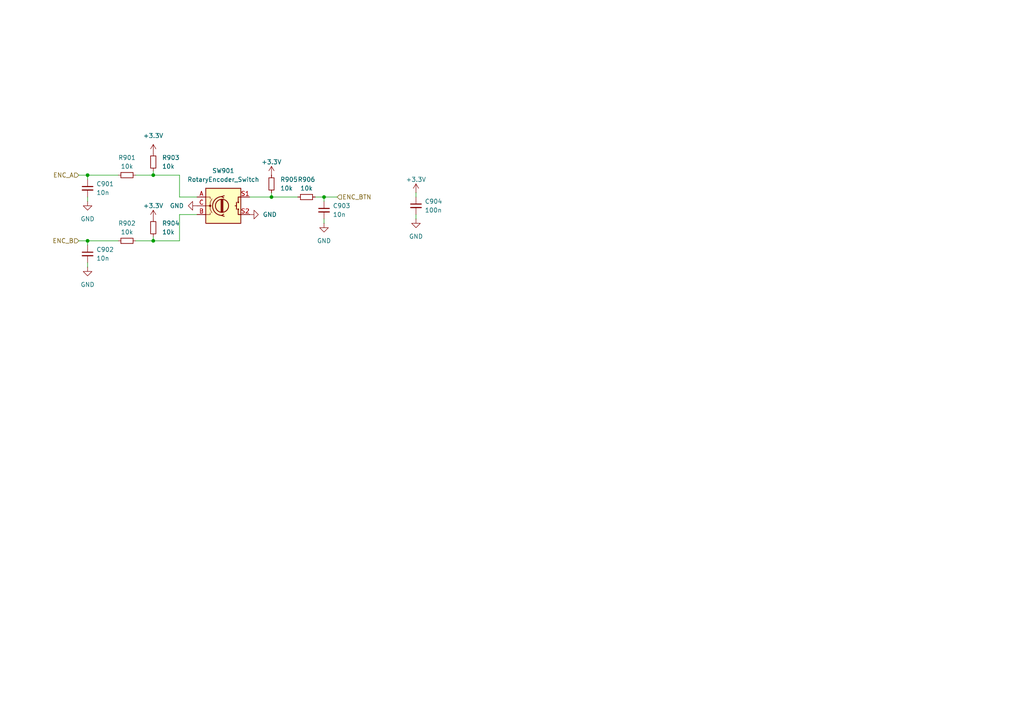
<source format=kicad_sch>
(kicad_sch (version 20231120) (generator "eeschema") (generator_version "8.0")
  (paper "A4")
  (lib_symbols
    (symbol "Device:C_Small" (pin_numbers hide) (pin_names (offset 0.254) hide)
      (property "Reference" "C" (at 0.254 1.778 0))
      (property "Value" "C_Small" (at 0.254 -2.032 0))
      (symbol "C_Small_0_1"
        (polyline (pts (xy -1.524 -0.508) (xy 1.524 -0.508)) (stroke (width 0.3302)))
        (polyline (pts (xy -1.524 0.508) (xy 1.524 0.508)) (stroke (width 0.3048)))
      )
      (symbol "C_Small_1_1"
        (pin passive line (at 0 2.54 270) (length 2.032) (name "~") (number "1"))
        (pin passive line (at 0 -2.54 90) (length 2.032) (name "~") (number "2"))
      )
    )
    (symbol "Device:R_Small" (pin_numbers hide) (pin_names (offset 0.254) hide)
      (property "Reference" "R" (at 0.762 0.508 0))
      (property "Value" "R_Small" (at 0.762 -1.016 0))
      (symbol "R_Small_0_1"
        (rectangle (start -0.762 1.778) (end 0.762 -1.778) (stroke (width 0.2032)))
      )
      (symbol "R_Small_1_1"
        (pin passive line (at 0 2.54 270) (length 0.762) (name "~") (number "1"))
        (pin passive line (at 0 -2.54 90) (length 0.762) (name "~") (number "2"))
      )
    )
    (symbol "Device:RotaryEncoder_Switch" (pin_names (offset 0.254) hide)
      (property "Reference" "SW" (at 0 6.604 0))
      (property "Value" "RotaryEncoder_Switch" (at 0 -6.604 0))
      (symbol "RotaryEncoder_Switch_0_1"
        (rectangle (start -5.08 5.08) (end 5.08 -5.08) (stroke (width 0.254)) (fill (type background)))
        (circle (center -3.81 0) (radius 0.254) (fill (type outline)))
        (circle (center -0.381 0) (radius 1.905) (stroke (width 0.254)))
        (arc (start -0.381 2.667) (mid -3.0988 -0.0635) (end -0.381 -2.794) (stroke (width 0.254)))
        (polyline (pts (xy -0.635 -1.778) (xy -0.635 1.778)) (stroke (width 0.254)))
        (polyline (pts (xy -0.381 -1.778) (xy -0.381 1.778)) (stroke (width 0.254)))
        (polyline (pts (xy -0.127 1.778) (xy -0.127 -1.778)) (stroke (width 0.254)))
        (polyline (pts (xy 3.81 0) (xy 3.429 0)) (stroke (width 0.254)))
        (polyline (pts (xy 3.81 1.016) (xy 3.81 -1.016)) (stroke (width 0.254)))
        (polyline (pts (xy -5.08 -2.54) (xy -3.81 -2.54) (xy -3.81 -2.032)))
        (polyline (pts (xy -5.08 2.54) (xy -3.81 2.54) (xy -3.81 2.032)))
        (polyline (pts (xy 0.254 -3.048) (xy -0.508 -2.794) (xy 0.127 -2.413)) (stroke (width 0.254)))
        (polyline (pts (xy 0.254 2.921) (xy -0.508 2.667) (xy 0.127 2.286)) (stroke (width 0.254)))
        (polyline (pts (xy 5.08 -2.54) (xy 4.318 -2.54) (xy 4.318 -1.016)) (stroke (width 0.254)))
        (polyline (pts (xy 5.08 2.54) (xy 4.318 2.54) (xy 4.318 1.016)) (stroke (width 0.254)))
        (polyline (pts (xy -5.08 0) (xy -3.81 0) (xy -3.81 -1.016) (xy -3.302 -2.032)))
        (polyline (pts (xy -4.318 0) (xy -3.81 0) (xy -3.81 1.016) (xy -3.302 2.032)))
        (circle (center 4.318 -1.016) (radius 0.127) (stroke (width 0.254)))
        (circle (center 4.318 1.016) (radius 0.127) (stroke (width 0.254)))
      )
      (symbol "RotaryEncoder_Switch_1_1"
        (pin passive line (at -7.62 2.54 0) (length 2.54) (name "A") (number "A"))
        (pin passive line (at -7.62 -2.54 0) (length 2.54) (name "B") (number "B"))
        (pin passive line (at -7.62 0 0) (length 2.54) (name "C") (number "C"))
        (pin passive line (at 7.62 2.54 180) (length 2.54) (name "S1") (number "S1"))
        (pin passive line (at 7.62 -2.54 180) (length 2.54) (name "S2") (number "S2"))
      )
    )
    (symbol "power:+3.3V" (power) (pin_numbers hide) (pin_names (offset 0) hide)
      (property "Value" "+3.3V" (at 0 3.556 0))
      (symbol "+3.3V_0_1"
        (polyline (pts (xy -0.762 1.27) (xy 0 2.54)))
        (polyline (pts (xy 0 0) (xy 0 2.54)))
        (polyline (pts (xy 0 2.54) (xy 0.762 1.27)))
      )
      (symbol "+3.3V_1_1"
        (pin power_in line (at 0 0 90) (length 0) (name "~") (number "1"))
      )
    )
    (symbol "power:GND" (power) (pin_numbers hide) (pin_names (offset 0) hide)
      (property "Value" "GND" (at 0 -3.81 0))
      (symbol "GND_0_1"
        (polyline (pts (xy 0 0) (xy 0 -1.27) (xy 1.27 -1.27) (xy 0 -2.54) (xy -1.27 -1.27) (xy 0 -1.27)))
      )
      (symbol "GND_1_1"
        (pin power_in line (at 0 0 270) (length 0) (name "~") (number "1"))
      )
    )
  )
  (junction (at 44.45 69.85))
  (junction (at 93.98 57.15))
  (junction (at 44.45 50.8))
  (junction (at 25.4 50.8))
  (junction (at 78.74 57.15))
  (junction (at 25.4 69.85))
  (wire (pts (xy 25.4 50.8) (xy 34.29 50.8)))
  (wire (pts (xy 25.4 57.15) (xy 25.4 58.42)))
  (wire (pts (xy 78.74 55.88) (xy 78.74 57.15)))
  (wire (pts (xy 93.98 57.15) (xy 93.98 58.42)))
  (wire (pts (xy 44.45 68.58) (xy 44.45 69.85)))
  (wire (pts (xy 25.4 69.85) (xy 25.4 71.12)))
  (wire (pts (xy 52.07 69.85) (xy 44.45 69.85)))
  (wire (pts (xy 93.98 63.5) (xy 93.98 64.77)))
  (wire (pts (xy 52.07 57.15) (xy 57.15 57.15)))
  (wire (pts (xy 22.86 69.85) (xy 25.4 69.85)))
  (wire (pts (xy 93.98 57.15) (xy 97.79 57.15)))
  (wire (pts (xy 120.65 62.23) (xy 120.65 63.5)))
  (wire (pts (xy 52.07 62.23) (xy 57.15 62.23)))
  (wire (pts (xy 52.07 62.23) (xy 52.07 69.85)))
  (wire (pts (xy 91.44 57.15) (xy 93.98 57.15)))
  (wire (pts (xy 22.86 50.8) (xy 25.4 50.8)))
  (wire (pts (xy 120.65 55.88) (xy 120.65 57.15)))
  (wire (pts (xy 72.39 57.15) (xy 78.74 57.15)))
  (wire (pts (xy 39.37 50.8) (xy 44.45 50.8)))
  (wire (pts (xy 25.4 50.8) (xy 25.4 52.07)))
  (wire (pts (xy 44.45 49.53) (xy 44.45 50.8)))
  (wire (pts (xy 25.4 76.2) (xy 25.4 77.47)))
  (wire (pts (xy 44.45 69.85) (xy 39.37 69.85)))
  (wire (pts (xy 78.74 57.15) (xy 86.36 57.15)))
  (wire (pts (xy 52.07 50.8) (xy 52.07 57.15)))
  (wire (pts (xy 25.4 69.85) (xy 34.29 69.85)))
  (wire (pts (xy 44.45 50.8) (xy 52.07 50.8)))
  (hierarchical_label "ENC_A" (shape input) (at 22.86 50.8 180))
  (hierarchical_label "ENC_B" (shape input) (at 22.86 69.85 180))
  (hierarchical_label "ENC_BTN" (shape input) (at 97.79 57.15 0))
  (symbol (lib_id "power:GND") (at 93.98 64.77 0) (unit 1)
    (property "Reference" "#PWR0908" (effects (hide yes)))
    (property "Value" "GND" (at 93.98 69.85 0))
    (property "Description" "Power symbol creates a global label with name \"GND\" , ground" (effects (hide yes)))
  )
  (symbol (lib_id "Device:C_Small") (at 120.65 59.69 0) (unit 1)
    (property "Reference" "C904" (at 123.19 58.4262 0) (effects (justify left)))
    (property "Value" "100n" (at 123.19 60.9662 0) (effects (justify left)))
    (property "Footprint" "Capacitor_SMD:C_0402_1005Metric" (effects (hide yes)))
    (property "Description" "Unpolarized capacitor, small symbol" (effects (hide yes)))
  )
  (symbol (lib_id "power:+3.3V") (at 44.45 63.5 0) (unit 1)
    (property "Reference" "#PWR0904" (effects (hide yes)))
    (property "Value" "+3.3V" (at 44.45 59.69 0))
    (property "Description" "Power symbol creates a global label with name \"+3.3V\"" (effects (hide yes)))
  )
  (symbol (lib_id "Device:C_Small") (at 93.98 60.96 0) (unit 1)
    (property "Reference" "C903" (at 96.52 59.6962 0) (effects (justify left)))
    (property "Value" "10n" (at 96.52 62.2362 0) (effects (justify left)))
    (property "Footprint" "Capacitor_SMD:C_0402_1005Metric" (effects (hide yes)))
    (property "Description" "Unpolarized capacitor, small symbol" (effects (hide yes)))
  )
  (symbol (lib_id "power:GND") (at 25.4 77.47 0) (unit 1)
    (property "Reference" "#PWR0902" (effects (hide yes)))
    (property "Value" "GND" (at 25.4 82.55 0))
    (property "Description" "Power symbol creates a global label with name \"GND\" , ground" (effects (hide yes)))
  )
  (symbol (lib_id "Device:R_Small") (at 36.83 50.8 90) (unit 1)
    (property "Reference" "R901" (at 36.83 45.72 90))
    (property "Value" "10k" (at 36.83 48.26 90))
    (property "Footprint" "Resistor_SMD:R_0402_1005Metric" (effects (hide yes)))
    (property "Description" "Resistor, small symbol" (effects (hide yes)))
  )
  (symbol (lib_id "Device:R_Small") (at 44.45 66.04 0) (unit 1)
    (property "Reference" "R904" (at 46.99 64.7699 0) (effects (justify left)))
    (property "Value" "10k" (at 46.99 67.3099 0) (effects (justify left)))
    (property "Footprint" "Resistor_SMD:R_0402_1005Metric" (effects (hide yes)))
    (property "Description" "Resistor, small symbol" (effects (hide yes)))
  )
  (symbol (lib_id "Device:C_Small") (at 25.4 54.61 0) (unit 1)
    (property "Reference" "C901" (at 27.94 53.3462 0) (effects (justify left)))
    (property "Value" "10n" (at 27.94 55.8862 0) (effects (justify left)))
    (property "Footprint" "Capacitor_SMD:C_0402_1005Metric" (effects (hide yes)))
    (property "Description" "Unpolarized capacitor, small symbol" (effects (hide yes)))
  )
  (symbol (lib_id "power:GND") (at 72.39 62.23 90) (unit 1)
    (property "Reference" "#PWR0906" (effects (hide yes)))
    (property "Value" "GND" (at 76.2 62.2299 90) (effects (justify right)))
    (property "Description" "Power symbol creates a global label with name \"GND\" , ground" (effects (hide yes)))
  )
  (symbol (lib_id "power:GND") (at 120.65 63.5 0) (unit 1)
    (property "Reference" "#PWR0910" (effects (hide yes)))
    (property "Value" "GND" (at 120.65 68.58 0))
    (property "Description" "Power symbol creates a global label with name \"GND\" , ground" (effects (hide yes)))
  )
  (symbol (lib_id "Device:C_Small") (at 25.4 73.66 0) (unit 1)
    (property "Reference" "C902" (at 27.94 72.3962 0) (effects (justify left)))
    (property "Value" "10n" (at 27.94 74.9362 0) (effects (justify left)))
    (property "Footprint" "Capacitor_SMD:C_0402_1005Metric" (effects (hide yes)))
    (property "Description" "Unpolarized capacitor, small symbol" (effects (hide yes)))
  )
  (symbol (lib_id "Device:RotaryEncoder_Switch") (at 64.77 59.69 0) (unit 1)
    (property "Reference" "SW901" (at 64.77 49.53 0))
    (property "Value" "RotaryEncoder_Switch" (at 64.77 52.07 0))
    (property "Footprint" "libs:482016514001_Mechanical_Incremental_Encoder_Switch" (effects (hide yes)))
    (property "Datasheet" "https://www.we-online.com/components/products/datasheet/482016514001.pdf" (effects (hide yes)))
    (property "Description" "Rotary encoder, dual channel, incremental quadrate outputs, with switch" (effects (hide yes)))
    (property "MPN" "482016514001" (effects (hide yes)))
  )
  (symbol (lib_id "power:+3.3V") (at 44.45 44.45 0) (unit 1)
    (property "Reference" "#PWR0903" (effects (hide yes)))
    (property "Value" "+3.3V" (at 44.45 39.37 0))
    (property "Description" "Power symbol creates a global label with name \"+3.3V\"" (effects (hide yes)))
  )
  (symbol (lib_id "power:GND") (at 25.4 58.42 0) (unit 1)
    (property "Reference" "#PWR0901" (effects (hide yes)))
    (property "Value" "GND" (at 25.4 63.5 0))
    (property "Description" "Power symbol creates a global label with name \"GND\" , ground" (effects (hide yes)))
  )
  (symbol (lib_id "power:+3.3V") (at 78.74 50.8 0) (unit 1)
    (property "Reference" "#PWR0907" (effects (hide yes)))
    (property "Value" "+3.3V" (at 78.74 46.99 0))
    (property "Description" "Power symbol creates a global label with name \"+3.3V\"" (effects (hide yes)))
  )
  (symbol (lib_id "power:GND") (at 57.15 59.69 270) (unit 1)
    (property "Reference" "#PWR0905" (effects (hide yes)))
    (property "Value" "GND" (at 53.34 59.6899 90) (effects (justify right)))
    (property "Description" "Power symbol creates a global label with name \"GND\" , ground" (effects (hide yes)))
  )
  (symbol (lib_id "Device:R_Small") (at 36.83 69.85 90) (unit 1)
    (property "Reference" "R902" (at 36.83 64.77 90))
    (property "Value" "10k" (at 36.83 67.31 90))
    (property "Footprint" "Resistor_SMD:R_0402_1005Metric" (effects (hide yes)))
    (property "Description" "Resistor, small symbol" (effects (hide yes)))
  )
  (symbol (lib_id "Device:R_Small") (at 44.45 46.99 0) (unit 1)
    (property "Reference" "R903" (at 46.99 45.7199 0) (effects (justify left)))
    (property "Value" "10k" (at 46.99 48.2599 0) (effects (justify left)))
    (property "Footprint" "Resistor_SMD:R_0402_1005Metric" (effects (hide yes)))
    (property "Description" "Resistor, small symbol" (effects (hide yes)))
  )
  (symbol (lib_id "Device:R_Small") (at 88.9 57.15 90) (unit 1)
    (property "Reference" "R906" (at 88.9 52.07 90))
    (property "Value" "10k" (at 88.9 54.61 90))
    (property "Footprint" "Resistor_SMD:R_0402_1005Metric" (effects (hide yes)))
    (property "Description" "Resistor, small symbol" (effects (hide yes)))
  )
  (symbol (lib_id "Device:R_Small") (at 78.74 53.34 0) (unit 1)
    (property "Reference" "R905" (at 81.28 52.0699 0) (effects (justify left)))
    (property "Value" "10k" (at 81.28 54.6099 0) (effects (justify left)))
    (property "Footprint" "Resistor_SMD:R_0402_1005Metric" (effects (hide yes)))
    (property "Description" "Resistor, small symbol" (effects (hide yes)))
  )
  (symbol (lib_id "power:+3.3V") (at 120.65 55.88 0) (unit 1)
    (property "Reference" "#PWR0909" (effects (hide yes)))
    (property "Value" "+3.3V" (at 120.65 52.07 0))
    (property "Description" "Power symbol creates a global label with name \"+3.3V\"" (effects (hide yes)))
  )
)
</source>
